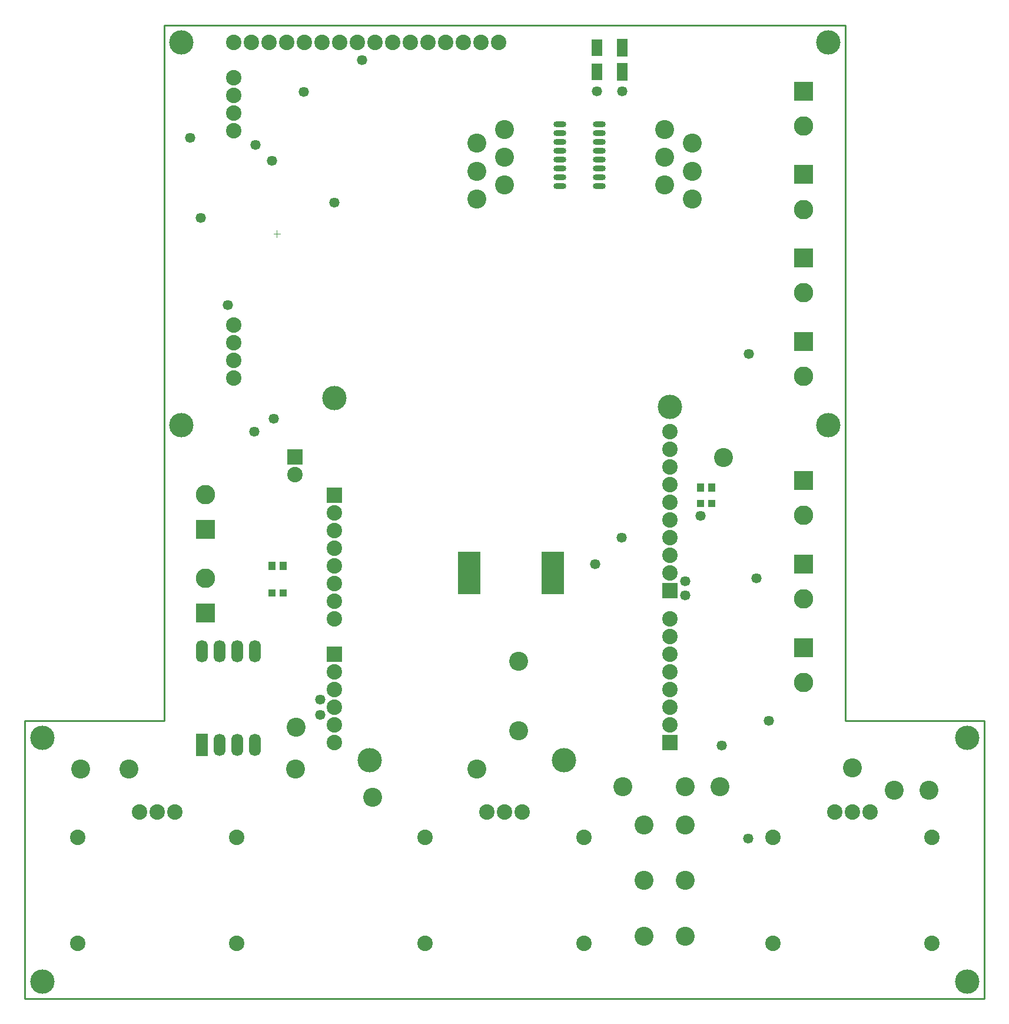
<source format=gts>
G04 Layer_Color=8388736*
%FSLAX44Y44*%
%MOMM*%
G71*
G01*
G75*
%ADD10R,1.6000X2.5000*%
%ADD11R,1.6000X2.4000*%
%ADD17C,0.2540*%
%ADD18C,0.1000*%
%ADD40O,1.8500X0.8500*%
%ADD41R,1.1000X1.2000*%
%ADD42R,3.2000X6.2000*%
%ADD43R,1.0000X1.0000*%
%ADD44C,3.5000*%
%ADD45C,2.2320*%
%ADD46R,1.7000X3.2000*%
%ADD47O,1.7000X3.2000*%
%ADD48C,2.7400*%
%ADD49R,2.2320X2.2320*%
%ADD50R,2.8000X2.8000*%
%ADD51C,2.8000*%
%ADD52C,1.4700*%
D10*
X858990Y1332540D02*
D03*
Y1367540D02*
D03*
D11*
X822990Y1332540D02*
D03*
Y1367540D02*
D03*
D17*
X200000Y1400000D02*
X1180000D01*
Y400000D02*
X1380000D01*
X200000D02*
Y1400000D01*
X0Y400000D02*
X200000D01*
X0Y0D02*
Y400000D01*
Y-0D02*
X1380000D01*
X1180000Y400000D02*
Y1400000D01*
X1380000Y0D02*
Y400000D01*
D18*
X357500Y1100000D02*
X367500D01*
X362500Y1095000D02*
Y1105000D01*
D40*
X826250Y1168550D02*
D03*
Y1181250D02*
D03*
Y1193950D02*
D03*
Y1206650D02*
D03*
Y1219350D02*
D03*
Y1232050D02*
D03*
Y1244750D02*
D03*
Y1257450D02*
D03*
X769750Y1168550D02*
D03*
Y1181250D02*
D03*
Y1193950D02*
D03*
Y1206650D02*
D03*
Y1219350D02*
D03*
Y1232050D02*
D03*
Y1244750D02*
D03*
Y1257450D02*
D03*
D41*
X355000Y622000D02*
D03*
X371000D02*
D03*
X987500Y735000D02*
D03*
X971500D02*
D03*
D42*
X639000Y612000D02*
D03*
X759000D02*
D03*
D43*
X987500Y712500D02*
D03*
X971500D02*
D03*
X355000Y583000D02*
D03*
X371000D02*
D03*
D44*
X225000Y825000D02*
D03*
Y1375000D02*
D03*
X1155000Y825000D02*
D03*
Y1375000D02*
D03*
X1355000Y25000D02*
D03*
X25000Y375000D02*
D03*
X1355000D02*
D03*
X25000Y25000D02*
D03*
X445400Y863460D02*
D03*
X928000Y850760D02*
D03*
X496200Y342760D02*
D03*
X775600D02*
D03*
D45*
X681000Y1375000D02*
D03*
X655600D02*
D03*
X630200D02*
D03*
X604800D02*
D03*
X579400D02*
D03*
X554000D02*
D03*
X528600D02*
D03*
X503200D02*
D03*
X477800D02*
D03*
X452400D02*
D03*
X427000D02*
D03*
X401600D02*
D03*
X376200D02*
D03*
X350800D02*
D03*
X325400D02*
D03*
X300000D02*
D03*
Y1324200D02*
D03*
Y1298800D02*
D03*
Y1273400D02*
D03*
Y1248000D02*
D03*
Y968600D02*
D03*
Y943200D02*
D03*
Y892400D02*
D03*
Y917800D02*
D03*
X1164600Y268350D02*
D03*
X1190000D02*
D03*
X1215400D02*
D03*
X1304300Y79650D02*
D03*
Y231650D02*
D03*
X1075700Y79650D02*
D03*
Y231650D02*
D03*
X164600Y268350D02*
D03*
X190000D02*
D03*
X215400D02*
D03*
X304300Y79650D02*
D03*
Y231650D02*
D03*
X75700Y79650D02*
D03*
Y231650D02*
D03*
X664600Y268350D02*
D03*
X690000D02*
D03*
X715400D02*
D03*
X804300Y79650D02*
D03*
Y231650D02*
D03*
X575700Y79650D02*
D03*
Y231650D02*
D03*
X388000Y754000D02*
D03*
X445400Y698360D02*
D03*
X928000Y815200D02*
D03*
Y789800D02*
D03*
X445400Y545960D02*
D03*
Y672960D02*
D03*
X928000Y739000D02*
D03*
X445400Y571360D02*
D03*
Y596760D02*
D03*
X928000Y713600D02*
D03*
Y688200D02*
D03*
Y662800D02*
D03*
Y637400D02*
D03*
Y612000D02*
D03*
Y545960D02*
D03*
Y520560D02*
D03*
Y495160D02*
D03*
Y469760D02*
D03*
Y444360D02*
D03*
Y418960D02*
D03*
Y393560D02*
D03*
Y764400D02*
D03*
X445400Y368160D02*
D03*
Y393560D02*
D03*
Y418960D02*
D03*
Y444360D02*
D03*
Y469760D02*
D03*
Y622160D02*
D03*
Y647560D02*
D03*
D46*
X254600Y365380D02*
D03*
D47*
X280000D02*
D03*
X305400D02*
D03*
X330800D02*
D03*
X254600Y500000D02*
D03*
X280000D02*
D03*
X305400D02*
D03*
X330800D02*
D03*
D48*
X1300000Y300000D02*
D03*
X1250000D02*
D03*
X80000Y330000D02*
D03*
X650000D02*
D03*
X150000D02*
D03*
X1190000Y332000D02*
D03*
X710000Y385000D02*
D03*
Y485000D02*
D03*
X690000Y1250000D02*
D03*
X650000Y1230000D02*
D03*
X690000Y1210000D02*
D03*
X650000Y1190000D02*
D03*
X690000Y1170000D02*
D03*
X650000Y1150000D02*
D03*
X920000Y1250000D02*
D03*
X960000Y1230000D02*
D03*
X920000Y1210000D02*
D03*
X960000Y1190000D02*
D03*
X920000Y1170000D02*
D03*
X960000Y1150000D02*
D03*
X1005000Y778000D02*
D03*
X389000Y330000D02*
D03*
X390000Y390000D02*
D03*
X890000Y250000D02*
D03*
Y170000D02*
D03*
Y90000D02*
D03*
X950000Y305000D02*
D03*
X1000000D02*
D03*
X950000Y250000D02*
D03*
Y170000D02*
D03*
Y90000D02*
D03*
X860000Y305000D02*
D03*
X500000Y290000D02*
D03*
D49*
X388000Y779400D02*
D03*
X445400Y723760D02*
D03*
X928000Y586600D02*
D03*
Y368160D02*
D03*
X445400Y495160D02*
D03*
D50*
X260000Y675000D02*
D03*
Y555000D02*
D03*
X1120000Y945000D02*
D03*
Y1305000D02*
D03*
Y745000D02*
D03*
Y625000D02*
D03*
Y505000D02*
D03*
Y1185000D02*
D03*
Y1065000D02*
D03*
D51*
X260000Y725000D02*
D03*
Y605000D02*
D03*
X1120000Y895000D02*
D03*
Y1255000D02*
D03*
Y695000D02*
D03*
Y575000D02*
D03*
Y455000D02*
D03*
Y1135000D02*
D03*
Y1015000D02*
D03*
D52*
X1041000Y927000D02*
D03*
X358000Y834000D02*
D03*
X425000Y430000D02*
D03*
Y408000D02*
D03*
X401100Y1303900D02*
D03*
X445000Y1145000D02*
D03*
X485000Y1350000D02*
D03*
X292000Y997500D02*
D03*
X332000Y1228000D02*
D03*
X330000Y815000D02*
D03*
X950000Y580000D02*
D03*
X252500Y1122500D02*
D03*
X1040000Y230000D02*
D03*
X1002000Y364000D02*
D03*
X950000Y600000D02*
D03*
X237500Y1237500D02*
D03*
X820000Y625000D02*
D03*
X1070000Y400000D02*
D03*
X1052500Y605000D02*
D03*
X971500Y694000D02*
D03*
X355000Y1205000D02*
D03*
X858000Y663000D02*
D03*
X822990Y1305000D02*
D03*
X858990D02*
D03*
M02*

</source>
